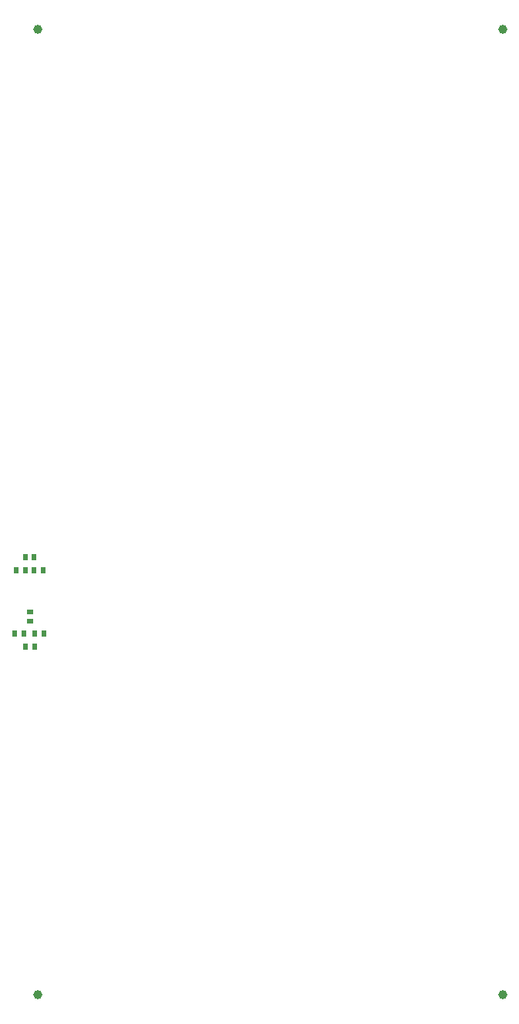
<source format=gbr>
G04 CAM350/DFMSTREAM V11.0 (Build 715) Date:  Fri Nov 02 14:57:21 2018 *
G04 Database: W:\PC Boards\VALTRONIC TECHNOLOGIES\VTC22567\CHECKPLOTS\MODIFIED.cam *
G04 Layer 18: PstBot *
%FSLAX25Y25*%
%MOIN*%
%SFA1.000B1.000*%

%MIA0B0*%
%IPPOS*%
%ADD11C,0.00098*%
%ADD18C,0.03937*%
%ADD125R,0.01969X0.02953*%
%ADD128R,0.02953X0.01969*%
%LNPstBot*%
%LPD*%
G54D11*
X346150Y296400D03*
G54D125*
X169221Y305652D03*
X173158D03*
X173945Y300140D03*
X177882D03*
X181819Y305652D03*
X177882D03*
X173748Y338526D03*
X177685D03*
X169811Y333014D03*
X173748D03*
X181622D03*
X177685D03*
G54D128*
X175914Y315101D03*
Y311164D03*
G54D18*
X380067Y149512D03*
X179280D03*
Y566835D03*
X380067D03*
M02*

</source>
